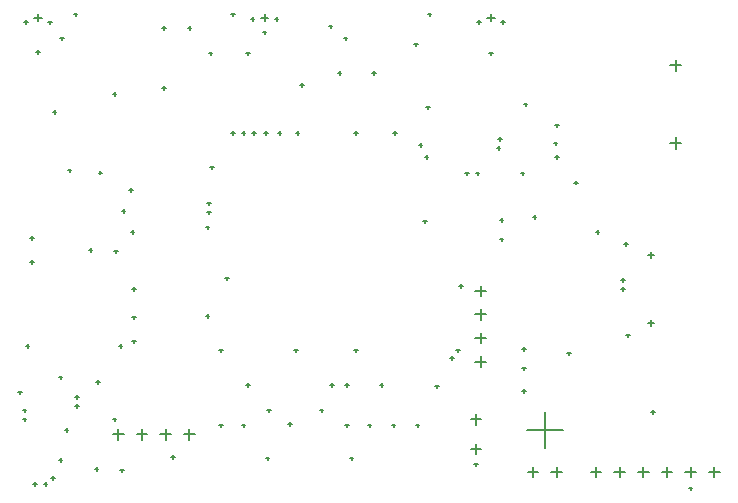
<source format=gbr>
%TF.GenerationSoftware,Altium Limited,Altium Designer,21.9.2 (33)*%
G04 Layer_Color=128*
%FSLAX45Y45*%
%MOMM*%
%TF.SameCoordinates,8C9FB855-A7A5-4AEE-82B0-D85B10D48A85*%
%TF.FilePolarity,Positive*%
%TF.FileFunction,Drillmap*%
%TF.Part,Single*%
G01*
G75*
%TA.AperFunction,NonConductor*%
%ADD70C,0.12700*%
D70*
X17024802Y7838999D02*
X17074802D01*
X17049802Y7813999D02*
Y7863999D01*
X17024802Y8417001D02*
X17074802D01*
X17049802Y8392001D02*
Y8442001D01*
X17212999Y9363304D02*
X17307999D01*
X17260500Y9315804D02*
Y9410804D01*
X17212999Y10023302D02*
X17307999D01*
X17260500Y9975802D02*
Y10070802D01*
X15563300Y7512101D02*
X15653300D01*
X15608299Y7467101D02*
Y7557101D01*
X15563300Y7712100D02*
X15653300D01*
X15608299Y7667100D02*
Y7757100D01*
X15563300Y7912100D02*
X15653300D01*
X15608299Y7867100D02*
Y7957100D01*
X15563300Y8112100D02*
X15653300D01*
X15608299Y8067100D02*
Y8157100D01*
X12496301Y6896100D02*
X12586301D01*
X12541301Y6851100D02*
Y6941100D01*
X12696300Y6896100D02*
X12786300D01*
X12741300Y6851100D02*
Y6941100D01*
X12896300Y6896100D02*
X12986301D01*
X12941299Y6851100D02*
Y6941100D01*
X13096300Y6896100D02*
X13186301D01*
X13141299Y6851100D02*
Y6941100D01*
X15666650Y10423947D02*
X15727750D01*
X15697200Y10393397D02*
Y10454496D01*
X16541302Y6578600D02*
X16631302D01*
X16586302Y6533600D02*
Y6623600D01*
X16741301Y6578600D02*
X16831300D01*
X16786301Y6533600D02*
Y6623600D01*
X16941301Y6578600D02*
X17031300D01*
X16986301Y6533600D02*
Y6623600D01*
X17141299Y6578600D02*
X17231300D01*
X17186301Y6533600D02*
Y6623600D01*
X17341299Y6578600D02*
X17431300D01*
X17386301Y6533600D02*
Y6623600D01*
X17541299Y6578600D02*
X17631300D01*
X17586301Y6533600D02*
Y6623600D01*
X15527699Y6773098D02*
X15612700D01*
X15570200Y6730598D02*
Y6815598D01*
X15527699Y7023100D02*
X15612700D01*
X15570200Y6980600D02*
Y7065600D01*
X11831250Y10423947D02*
X11892350D01*
X11861800Y10393397D02*
Y10454496D01*
X13748950Y10423947D02*
X13810049D01*
X13779500Y10393397D02*
Y10454496D01*
X16007800Y6578600D02*
X16097800D01*
X16052800Y6533600D02*
Y6623600D01*
X16207800Y6578600D02*
X16297800D01*
X16252800Y6533600D02*
Y6623600D01*
X16583900Y8610600D02*
X16613901D01*
X16598900Y8595600D02*
Y8625600D01*
X16399808Y9028987D02*
X16429808D01*
X16414809Y9013987D02*
Y9043987D01*
X15948900Y9105900D02*
X15978900D01*
X15963901Y9090900D02*
Y9120900D01*
X16241000Y9245600D02*
X16271001D01*
X16256000Y9230600D02*
Y9260600D01*
X13320000Y9156700D02*
X13350000D01*
X13335001Y9141700D02*
Y9171700D01*
X12494500Y9779000D02*
X12524500D01*
X12509500Y9764000D02*
Y9794000D01*
X12037300Y7378700D02*
X12067300D01*
X12052300Y7363700D02*
Y7393700D01*
X11694400Y7251700D02*
X11724400D01*
X11709400Y7236700D02*
Y7266700D01*
X11846800Y10134600D02*
X11876800D01*
X11861800Y10119600D02*
Y10149600D01*
X14082001Y9855200D02*
X14112000D01*
X14097000Y9840200D02*
Y9870200D01*
X12374933Y9113355D02*
X12404933D01*
X12389933Y9098355D02*
Y9128355D01*
X16004401Y6934200D02*
X16304401D01*
X16154401Y6784200D02*
Y7084200D01*
X15758400Y9398000D02*
X15788400D01*
X15773399Y9383000D02*
Y9413000D01*
X13980400Y6985000D02*
X14010400D01*
X13995399Y6970000D02*
Y7000000D01*
X17053799Y7086600D02*
X17083800D01*
X17068800Y7071600D02*
Y7101600D01*
X12659600Y7683500D02*
X12689600D01*
X12674600Y7668500D02*
Y7698500D01*
X12913600Y10337800D02*
X12943600D01*
X12928600Y10322800D02*
Y10352800D01*
X14043900Y9448800D02*
X14073900D01*
X14058900Y9433800D02*
Y9463800D01*
X14539200Y9448800D02*
X14569200D01*
X14554201Y9433800D02*
Y9463800D01*
X15745700Y9321800D02*
X15775700D01*
X15760699Y9306800D02*
Y9336800D01*
X15085300Y9347200D02*
X15115300D01*
X15100301Y9332200D02*
Y9362200D01*
X15123399Y8699500D02*
X15153400D01*
X15138400Y8684500D02*
Y8714500D01*
X15428200Y8153400D02*
X15458200D01*
X15443201Y8138400D02*
Y8168400D01*
X14539200Y7607300D02*
X14569200D01*
X14554201Y7592300D02*
Y7622300D01*
X14031200Y7607300D02*
X14061200D01*
X14046201Y7592300D02*
Y7622300D01*
X13396201Y7607300D02*
X13426199D01*
X13411200Y7592300D02*
Y7622300D01*
X13281900Y7899400D02*
X13311900D01*
X13296899Y7884400D02*
Y7914400D01*
X13281900Y8648700D02*
X13311900D01*
X13296899Y8633700D02*
Y8663700D01*
X14336000Y7315200D02*
X14366000D01*
X14350999Y7300200D02*
Y7330200D01*
X14755099Y7315200D02*
X14785100D01*
X14770100Y7300200D02*
Y7330200D01*
X15225000Y7302500D02*
X15255000D01*
X15239999Y7287500D02*
Y7317500D01*
X15771100Y8547100D02*
X15801100D01*
X15786099Y8532100D02*
Y8562100D01*
X15771100Y8712200D02*
X15801100D01*
X15786099Y8697200D02*
Y8727200D01*
X12050000Y10248900D02*
X12080000D01*
X12065000Y10233900D02*
Y10263900D01*
X15352000Y7543800D02*
X15382001D01*
X15367000Y7528800D02*
Y7558800D01*
X15402800Y7607300D02*
X15432800D01*
X15417799Y7592300D02*
Y7622300D01*
X13586700Y9448800D02*
X13616701D01*
X13601700Y9433800D02*
Y9463800D01*
X13497800Y9448800D02*
X13527800D01*
X13512801Y9433800D02*
Y9463800D01*
X16342599Y7581900D02*
X16372600D01*
X16357600Y7566900D02*
Y7596900D01*
X13294600Y8775700D02*
X13324600D01*
X13309599Y8760700D02*
Y8790700D01*
X13294600Y8851900D02*
X13324600D01*
X13309599Y8836900D02*
Y8866900D01*
X12342100Y6604000D02*
X12372100D01*
X12357100Y6589000D02*
Y6619000D01*
X13777200Y9448800D02*
X13807201D01*
X13792200Y9433800D02*
Y9463800D01*
X13675600Y9448800D02*
X13705600D01*
X13690601Y9433800D02*
Y9463800D01*
X13447000Y8216900D02*
X13477000D01*
X13462000Y8201900D02*
Y8231900D01*
X13891499Y9448800D02*
X13921500D01*
X13906500Y9433800D02*
Y9463800D01*
X14869400Y9448800D02*
X14899400D01*
X14884399Y9433800D02*
Y9463800D01*
X15148801Y9664700D02*
X15178799D01*
X15163800Y9649700D02*
Y9679700D01*
X15136099Y9245600D02*
X15166100D01*
X15151100Y9230600D02*
Y9260600D01*
X17371300Y6438900D02*
X17401300D01*
X17386301Y6423900D02*
Y6453900D01*
X14691600Y9956800D02*
X14721600D01*
X14706599Y9941800D02*
Y9971800D01*
X14399500Y9956800D02*
X14429500D01*
X14414500Y9941800D02*
Y9971800D01*
X15783800Y10388600D02*
X15813800D01*
X15798801Y10373600D02*
Y10403600D01*
X15580600Y10388600D02*
X15610600D01*
X15595599Y10373600D02*
Y10403600D01*
X15682201Y10121900D02*
X15712199D01*
X15697200Y10106900D02*
Y10136900D01*
X11949346Y10385874D02*
X11979346D01*
X11964346Y10370874D02*
Y10400874D01*
X11745200Y10388600D02*
X11775200D01*
X11760200Y10373600D02*
Y10403600D01*
X13866100Y10414000D02*
X13896100D01*
X13881100Y10399000D02*
Y10429000D01*
X13662900Y10414000D02*
X13692900D01*
X13677901Y10399000D02*
Y10429000D01*
X13764500Y10299700D02*
X13794501D01*
X13779500Y10284700D02*
Y10314700D01*
X13624800Y10121900D02*
X13654800D01*
X13639799Y10106900D02*
Y10136900D01*
X13307300Y10121900D02*
X13337300D01*
X13322301Y10106900D02*
Y10136900D01*
X13129500Y10337800D02*
X13159500D01*
X13144501Y10322800D02*
Y10352800D01*
X13624800Y7315200D02*
X13654800D01*
X13639799Y7300200D02*
Y7330200D01*
X15047200Y10198100D02*
X15077200D01*
X15062199Y10183100D02*
Y10213100D01*
X14323300Y10350500D02*
X14353300D01*
X14338300Y10335500D02*
Y10365500D01*
X14463000Y7315200D02*
X14492999D01*
X14478000Y7300200D02*
Y7330200D01*
X14450301Y10248900D02*
X14480299D01*
X14465300Y10233900D02*
Y10263900D01*
X12113500Y9131300D02*
X12143500D01*
X12128500Y9116300D02*
Y9146300D01*
X12913600Y9829800D02*
X12943600D01*
X12928600Y9814800D02*
Y9844800D01*
X15555200Y6642100D02*
X15585201D01*
X15570200Y6627100D02*
Y6657100D01*
X15161501Y10452100D02*
X15191499D01*
X15176500Y10437100D02*
Y10467100D01*
X13497800Y10452100D02*
X13527800D01*
X13512801Y10437100D02*
Y10467100D01*
X12164300Y10452100D02*
X12194300D01*
X12179300Y10437100D02*
Y10467100D01*
X16050500Y8737600D02*
X16080499D01*
X16065500Y8722600D02*
Y8752600D01*
X16241000Y9512300D02*
X16271001D01*
X16256000Y9497300D02*
Y9527300D01*
X11986500Y9626600D02*
X12016500D01*
X12001500Y9611600D02*
Y9641600D01*
X12646900Y8610600D02*
X12676900D01*
X12661900Y8595600D02*
Y8625600D01*
X12570700Y8788400D02*
X12600700D01*
X12585700Y8773400D02*
Y8803400D01*
X12634200Y8966200D02*
X12664200D01*
X12649200Y8951200D02*
Y8981200D01*
X11796000Y8559800D02*
X11826000D01*
X11811000Y8544800D02*
Y8574800D01*
X11796000Y8356600D02*
X11826000D01*
X11811000Y8341600D02*
Y8371600D01*
X12291300Y8458200D02*
X12321300D01*
X12306300Y8443200D02*
Y8473200D01*
X12507200Y8445500D02*
X12537200D01*
X12522200Y8430500D02*
Y8460500D01*
X12659600Y8128000D02*
X12689600D01*
X12674600Y8113000D02*
Y8143000D01*
X12659600Y7886700D02*
X12689600D01*
X12674600Y7871700D02*
Y7901700D01*
X11757900Y7645400D02*
X11787900D01*
X11772900Y7630400D02*
Y7660400D01*
X12545300Y7645400D02*
X12575300D01*
X12560300Y7630400D02*
Y7660400D01*
X12354800Y7340600D02*
X12384800D01*
X12369800Y7325600D02*
Y7355600D01*
X15059900Y6972300D02*
X15089900D01*
X15074899Y6957300D02*
Y6987300D01*
X14856700Y6972300D02*
X14886700D01*
X14871700Y6957300D02*
Y6987300D01*
X14653500Y6972300D02*
X14683501D01*
X14668500Y6957300D02*
Y6987300D01*
X14463000Y6972300D02*
X14492999D01*
X14478000Y6957300D02*
Y6987300D01*
X14247099Y7099300D02*
X14277100D01*
X14262100Y7084300D02*
Y7114300D01*
X13802600Y7099300D02*
X13832600D01*
X13817599Y7084300D02*
Y7114300D01*
X13586700Y6972300D02*
X13616701D01*
X13601700Y6957300D02*
Y6987300D01*
X13396201Y6972300D02*
X13426199D01*
X13411200Y6957300D02*
Y6987300D01*
X12088100Y6934200D02*
X12118100D01*
X12103100Y6919200D02*
Y6949200D01*
X11732500Y7099300D02*
X11762500D01*
X11747500Y7084300D02*
Y7114300D01*
X11732500Y7023100D02*
X11762500D01*
X11747500Y7008100D02*
Y7038100D01*
X13789900Y6692900D02*
X13819901D01*
X13804900Y6677900D02*
Y6707900D01*
X12989799Y6705600D02*
X13019800D01*
X13004800Y6690600D02*
Y6720600D01*
X12494500Y7023100D02*
X12524500D01*
X12509500Y7008100D02*
Y7038100D01*
X14501100Y6692900D02*
X14531100D01*
X14516100Y6677900D02*
Y6707900D01*
X12177000Y7137400D02*
X12207000D01*
X12192000Y7122400D02*
Y7152400D01*
X12177000Y7213600D02*
X12207000D01*
X12192000Y7198600D02*
Y7228600D01*
X11910300Y6477000D02*
X11940300D01*
X11925300Y6462000D02*
Y6492000D01*
X11973800Y6527800D02*
X12003800D01*
X11988800Y6512800D02*
Y6542800D01*
X11821400Y6477000D02*
X11851400D01*
X11836400Y6462000D02*
Y6492000D01*
X12558000Y6591300D02*
X12588000D01*
X12573000Y6576300D02*
Y6606300D01*
X12037300Y6680200D02*
X12067300D01*
X12052300Y6665200D02*
Y6695200D01*
X15961600Y7264400D02*
X15991600D01*
X15976601Y7249400D02*
Y7279400D01*
X15961600Y7454900D02*
X15991600D01*
X15976601Y7439900D02*
Y7469900D01*
X15961600Y7620000D02*
X15991600D01*
X15976601Y7605000D02*
Y7635000D01*
X16839368Y7735768D02*
X16869368D01*
X16854369Y7720768D02*
Y7750768D01*
X16825200Y8509000D02*
X16855200D01*
X16840199Y8494000D02*
Y8524000D01*
X16228300Y9359900D02*
X16258299D01*
X16243300Y9344900D02*
Y9374900D01*
X16799800Y8128000D02*
X16829800D01*
X16814799Y8113000D02*
Y8143000D01*
X16799800Y8204200D02*
X16829800D01*
X16814799Y8189200D02*
Y8219200D01*
X15567900Y9105900D02*
X15597900D01*
X15582899Y9090900D02*
Y9120900D01*
X15478999Y9105900D02*
X15509000D01*
X15494000Y9090900D02*
Y9120900D01*
X15974300Y9690100D02*
X16004300D01*
X15989301Y9675100D02*
Y9705100D01*
%TF.MD5,72c435998333a6dbf323b883c0e9fb48*%
M02*

</source>
